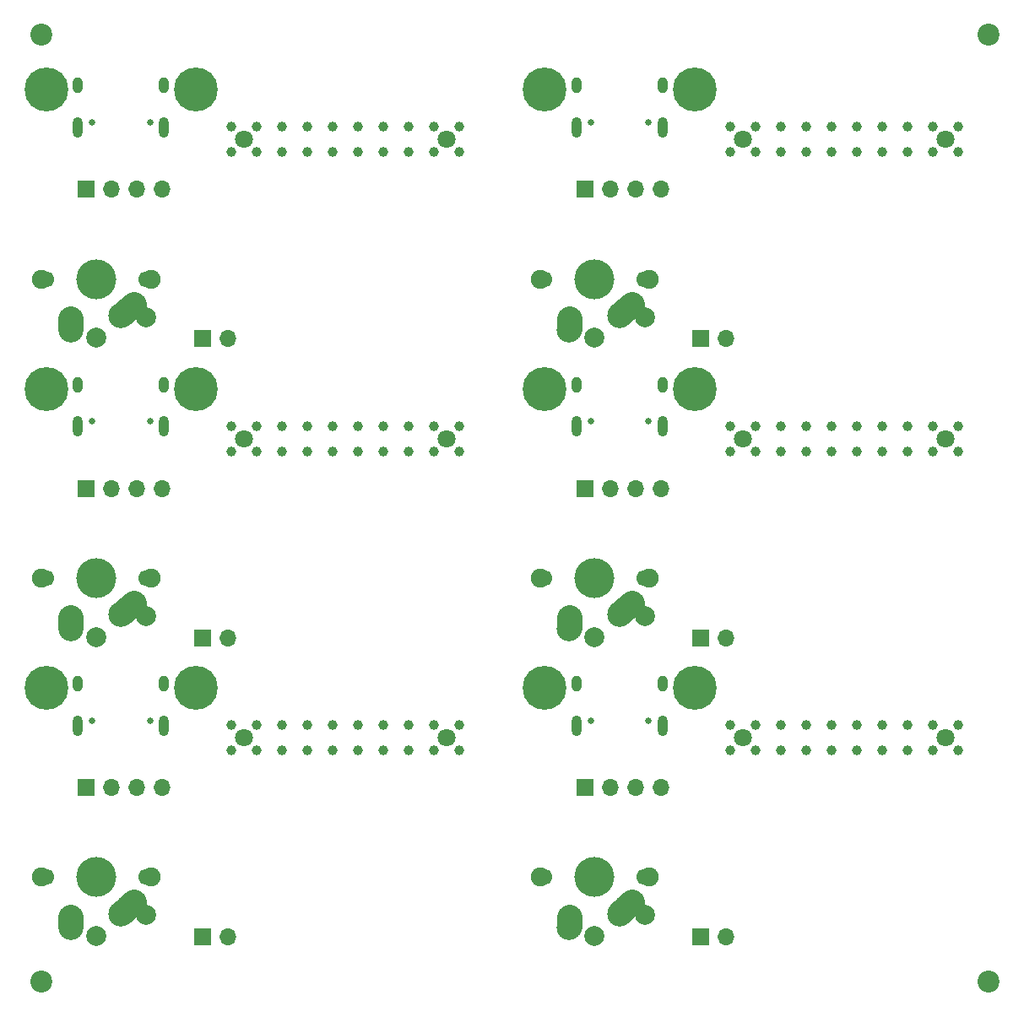
<source format=gbr>
G04 #@! TF.GenerationSoftware,KiCad,Pcbnew,(5.0.0)*
G04 #@! TF.CreationDate,2018-10-14T22:14:47+02:00*
G04 #@! TF.ProjectId,model-f-5291-pcb-panel,6D6F64656C2D662D353239312D706362,rev?*
G04 #@! TF.SameCoordinates,Original*
G04 #@! TF.FileFunction,Soldermask,Bot*
G04 #@! TF.FilePolarity,Negative*
%FSLAX46Y46*%
G04 Gerber Fmt 4.6, Leading zero omitted, Abs format (unit mm)*
G04 Created by KiCad (PCBNEW (5.0.0)) date 10/14/18 22:14:47*
%MOMM*%
%LPD*%
G01*
G04 APERTURE LIST*
%ADD10C,2.200000*%
%ADD11O,1.700000X1.700000*%
%ADD12R,1.700000X1.700000*%
%ADD13C,1.900000*%
%ADD14C,1.700000*%
%ADD15C,2.500000*%
%ADD16C,2.500000*%
%ADD17C,4.000000*%
%ADD18C,2.000000*%
%ADD19C,1.800000*%
%ADD20C,1.000000*%
%ADD21C,0.700000*%
%ADD22C,4.400000*%
%ADD23C,0.650000*%
%ADD24O,1.000000X1.600000*%
%ADD25O,1.000000X2.100000*%
G04 APERTURE END LIST*
D10*
G04 #@! TO.C,REF\002A\002A*
X247500000Y-142500000D03*
G04 #@! TD*
G04 #@! TO.C,REF\002A\002A*
X152500000Y-142500000D03*
G04 #@! TD*
G04 #@! TO.C,REF\002A\002A*
X247500000Y-47500000D03*
G04 #@! TD*
D11*
G04 #@! TO.C,J3*
X214620000Y-123000000D03*
X212080000Y-123000000D03*
X209540000Y-123000000D03*
D12*
X207000000Y-123000000D03*
G04 #@! TD*
D11*
G04 #@! TO.C,J3*
X164620000Y-123000000D03*
X162080000Y-123000000D03*
X159540000Y-123000000D03*
D12*
X157000000Y-123000000D03*
G04 #@! TD*
D11*
G04 #@! TO.C,J3*
X214620000Y-93000000D03*
X212080000Y-93000000D03*
X209540000Y-93000000D03*
D12*
X207000000Y-93000000D03*
G04 #@! TD*
D11*
G04 #@! TO.C,J3*
X164620000Y-93000000D03*
X162080000Y-93000000D03*
X159540000Y-93000000D03*
D12*
X157000000Y-93000000D03*
G04 #@! TD*
D11*
G04 #@! TO.C,J3*
X214620000Y-63000000D03*
X212080000Y-63000000D03*
X209540000Y-63000000D03*
D12*
X207000000Y-63000000D03*
G04 #@! TD*
D13*
G04 #@! TO.C,SW1*
X213500000Y-132000000D03*
D14*
X213080000Y-132000000D03*
D15*
X210500000Y-135683000D03*
X211206232Y-135064847D03*
D16*
X210602464Y-135589694D02*
X211810000Y-134540000D01*
D17*
X208000000Y-132000000D03*
D14*
X202920000Y-132000000D03*
D15*
X205460000Y-137080000D03*
X205482550Y-136499695D03*
D16*
X205465100Y-136999390D02*
X205500000Y-136000000D01*
D13*
X202500000Y-132000000D03*
D18*
X208000000Y-137900000D03*
X213000000Y-135800000D03*
G04 #@! TD*
D13*
G04 #@! TO.C,SW1*
X163500000Y-132000000D03*
D14*
X163080000Y-132000000D03*
D15*
X160500000Y-135683000D03*
X161206232Y-135064847D03*
D16*
X160602464Y-135589694D02*
X161810000Y-134540000D01*
D17*
X158000000Y-132000000D03*
D14*
X152920000Y-132000000D03*
D15*
X155460000Y-137080000D03*
X155482550Y-136499695D03*
D16*
X155465100Y-136999390D02*
X155500000Y-136000000D01*
D13*
X152500000Y-132000000D03*
D18*
X158000000Y-137900000D03*
X163000000Y-135800000D03*
G04 #@! TD*
D13*
G04 #@! TO.C,SW1*
X213500000Y-102000000D03*
D14*
X213080000Y-102000000D03*
D15*
X210500000Y-105683000D03*
X211206232Y-105064847D03*
D16*
X210602464Y-105589694D02*
X211810000Y-104540000D01*
D17*
X208000000Y-102000000D03*
D14*
X202920000Y-102000000D03*
D15*
X205460000Y-107080000D03*
X205482550Y-106499695D03*
D16*
X205465100Y-106999390D02*
X205500000Y-106000000D01*
D13*
X202500000Y-102000000D03*
D18*
X208000000Y-107900000D03*
X213000000Y-105800000D03*
G04 #@! TD*
D13*
G04 #@! TO.C,SW1*
X163500000Y-102000000D03*
D14*
X163080000Y-102000000D03*
D15*
X160500000Y-105683000D03*
X161206232Y-105064847D03*
D16*
X160602464Y-105589694D02*
X161810000Y-104540000D01*
D17*
X158000000Y-102000000D03*
D14*
X152920000Y-102000000D03*
D15*
X155460000Y-107080000D03*
X155482550Y-106499695D03*
D16*
X155465100Y-106999390D02*
X155500000Y-106000000D01*
D13*
X152500000Y-102000000D03*
D18*
X158000000Y-107900000D03*
X163000000Y-105800000D03*
G04 #@! TD*
D13*
G04 #@! TO.C,SW1*
X213500000Y-72000000D03*
D14*
X213080000Y-72000000D03*
D15*
X210500000Y-75683000D03*
X211206232Y-75064847D03*
D16*
X210602464Y-75589694D02*
X211810000Y-74540000D01*
D17*
X208000000Y-72000000D03*
D14*
X202920000Y-72000000D03*
D15*
X205460000Y-77080000D03*
X205482550Y-76499695D03*
D16*
X205465100Y-76999390D02*
X205500000Y-76000000D01*
D13*
X202500000Y-72000000D03*
D18*
X208000000Y-77900000D03*
X213000000Y-75800000D03*
G04 #@! TD*
D19*
G04 #@! TO.C,J1*
X222840000Y-118000000D03*
X243160000Y-118000000D03*
D20*
X221570000Y-119270000D03*
X224110000Y-119270000D03*
X226650000Y-119270000D03*
X229190000Y-119270000D03*
X231730000Y-119270000D03*
X234270000Y-119270000D03*
X236810000Y-119270000D03*
X239350000Y-119270000D03*
X241890000Y-119270000D03*
X244430000Y-119270000D03*
X221570000Y-116730000D03*
X224110000Y-116730000D03*
X226650000Y-116730000D03*
X229190000Y-116730000D03*
X231730000Y-116730000D03*
X234270000Y-116730000D03*
X236810000Y-116730000D03*
X239350000Y-116730000D03*
X241890000Y-116730000D03*
X244430000Y-116730000D03*
G04 #@! TD*
D19*
G04 #@! TO.C,J1*
X172840000Y-118000000D03*
X193160000Y-118000000D03*
D20*
X171570000Y-119270000D03*
X174110000Y-119270000D03*
X176650000Y-119270000D03*
X179190000Y-119270000D03*
X181730000Y-119270000D03*
X184270000Y-119270000D03*
X186810000Y-119270000D03*
X189350000Y-119270000D03*
X191890000Y-119270000D03*
X194430000Y-119270000D03*
X171570000Y-116730000D03*
X174110000Y-116730000D03*
X176650000Y-116730000D03*
X179190000Y-116730000D03*
X181730000Y-116730000D03*
X184270000Y-116730000D03*
X186810000Y-116730000D03*
X189350000Y-116730000D03*
X191890000Y-116730000D03*
X194430000Y-116730000D03*
G04 #@! TD*
D19*
G04 #@! TO.C,J1*
X222840000Y-88000000D03*
X243160000Y-88000000D03*
D20*
X221570000Y-89270000D03*
X224110000Y-89270000D03*
X226650000Y-89270000D03*
X229190000Y-89270000D03*
X231730000Y-89270000D03*
X234270000Y-89270000D03*
X236810000Y-89270000D03*
X239350000Y-89270000D03*
X241890000Y-89270000D03*
X244430000Y-89270000D03*
X221570000Y-86730000D03*
X224110000Y-86730000D03*
X226650000Y-86730000D03*
X229190000Y-86730000D03*
X231730000Y-86730000D03*
X234270000Y-86730000D03*
X236810000Y-86730000D03*
X239350000Y-86730000D03*
X241890000Y-86730000D03*
X244430000Y-86730000D03*
G04 #@! TD*
D19*
G04 #@! TO.C,J1*
X172840000Y-88000000D03*
X193160000Y-88000000D03*
D20*
X171570000Y-89270000D03*
X174110000Y-89270000D03*
X176650000Y-89270000D03*
X179190000Y-89270000D03*
X181730000Y-89270000D03*
X184270000Y-89270000D03*
X186810000Y-89270000D03*
X189350000Y-89270000D03*
X191890000Y-89270000D03*
X194430000Y-89270000D03*
X171570000Y-86730000D03*
X174110000Y-86730000D03*
X176650000Y-86730000D03*
X179190000Y-86730000D03*
X181730000Y-86730000D03*
X184270000Y-86730000D03*
X186810000Y-86730000D03*
X189350000Y-86730000D03*
X191890000Y-86730000D03*
X194430000Y-86730000D03*
G04 #@! TD*
D19*
G04 #@! TO.C,J1*
X222840000Y-58000000D03*
X243160000Y-58000000D03*
D20*
X221570000Y-59270000D03*
X224110000Y-59270000D03*
X226650000Y-59270000D03*
X229190000Y-59270000D03*
X231730000Y-59270000D03*
X234270000Y-59270000D03*
X236810000Y-59270000D03*
X239350000Y-59270000D03*
X241890000Y-59270000D03*
X244430000Y-59270000D03*
X221570000Y-56730000D03*
X224110000Y-56730000D03*
X226650000Y-56730000D03*
X229190000Y-56730000D03*
X231730000Y-56730000D03*
X234270000Y-56730000D03*
X236810000Y-56730000D03*
X239350000Y-56730000D03*
X241890000Y-56730000D03*
X244430000Y-56730000D03*
G04 #@! TD*
D11*
G04 #@! TO.C,JP1*
X221196000Y-137978000D03*
D12*
X218656000Y-137978000D03*
G04 #@! TD*
D11*
G04 #@! TO.C,JP1*
X171196000Y-137978000D03*
D12*
X168656000Y-137978000D03*
G04 #@! TD*
D11*
G04 #@! TO.C,JP1*
X221196000Y-107978000D03*
D12*
X218656000Y-107978000D03*
G04 #@! TD*
D11*
G04 #@! TO.C,JP1*
X171196000Y-107978000D03*
D12*
X168656000Y-107978000D03*
G04 #@! TD*
D11*
G04 #@! TO.C,JP1*
X221196000Y-77978000D03*
D12*
X218656000Y-77978000D03*
G04 #@! TD*
D21*
G04 #@! TO.C,MH2*
X201833274Y-114166726D03*
X203000000Y-114650000D03*
X204166726Y-114166726D03*
X204650000Y-113000000D03*
X204166726Y-111833274D03*
X203000000Y-111350000D03*
X201833274Y-111833274D03*
X201350000Y-113000000D03*
D22*
X203000000Y-113000000D03*
G04 #@! TD*
D21*
G04 #@! TO.C,MH2*
X151833274Y-114166726D03*
X153000000Y-114650000D03*
X154166726Y-114166726D03*
X154650000Y-113000000D03*
X154166726Y-111833274D03*
X153000000Y-111350000D03*
X151833274Y-111833274D03*
X151350000Y-113000000D03*
D22*
X153000000Y-113000000D03*
G04 #@! TD*
D21*
G04 #@! TO.C,MH2*
X201833274Y-84166726D03*
X203000000Y-84650000D03*
X204166726Y-84166726D03*
X204650000Y-83000000D03*
X204166726Y-81833274D03*
X203000000Y-81350000D03*
X201833274Y-81833274D03*
X201350000Y-83000000D03*
D22*
X203000000Y-83000000D03*
G04 #@! TD*
D21*
G04 #@! TO.C,MH2*
X151833274Y-84166726D03*
X153000000Y-84650000D03*
X154166726Y-84166726D03*
X154650000Y-83000000D03*
X154166726Y-81833274D03*
X153000000Y-81350000D03*
X151833274Y-81833274D03*
X151350000Y-83000000D03*
D22*
X153000000Y-83000000D03*
G04 #@! TD*
D21*
G04 #@! TO.C,MH2*
X201833274Y-54166726D03*
X203000000Y-54650000D03*
X204166726Y-54166726D03*
X204650000Y-53000000D03*
X204166726Y-51833274D03*
X203000000Y-51350000D03*
X201833274Y-51833274D03*
X201350000Y-53000000D03*
D22*
X203000000Y-53000000D03*
G04 #@! TD*
G04 #@! TO.C,MH1*
X218000000Y-113000000D03*
D21*
X216350000Y-113000000D03*
X216833274Y-111833274D03*
X218000000Y-111350000D03*
X219166726Y-111833274D03*
X219650000Y-113000000D03*
X219166726Y-114166726D03*
X218000000Y-114650000D03*
X216833274Y-114166726D03*
G04 #@! TD*
D22*
G04 #@! TO.C,MH1*
X168000000Y-113000000D03*
D21*
X166350000Y-113000000D03*
X166833274Y-111833274D03*
X168000000Y-111350000D03*
X169166726Y-111833274D03*
X169650000Y-113000000D03*
X169166726Y-114166726D03*
X168000000Y-114650000D03*
X166833274Y-114166726D03*
G04 #@! TD*
D22*
G04 #@! TO.C,MH1*
X218000000Y-83000000D03*
D21*
X216350000Y-83000000D03*
X216833274Y-81833274D03*
X218000000Y-81350000D03*
X219166726Y-81833274D03*
X219650000Y-83000000D03*
X219166726Y-84166726D03*
X218000000Y-84650000D03*
X216833274Y-84166726D03*
G04 #@! TD*
D22*
G04 #@! TO.C,MH1*
X168000000Y-83000000D03*
D21*
X166350000Y-83000000D03*
X166833274Y-81833274D03*
X168000000Y-81350000D03*
X169166726Y-81833274D03*
X169650000Y-83000000D03*
X169166726Y-84166726D03*
X168000000Y-84650000D03*
X166833274Y-84166726D03*
G04 #@! TD*
D22*
G04 #@! TO.C,MH1*
X218000000Y-53000000D03*
D21*
X216350000Y-53000000D03*
X216833274Y-51833274D03*
X218000000Y-51350000D03*
X219166726Y-51833274D03*
X219650000Y-53000000D03*
X219166726Y-54166726D03*
X218000000Y-54650000D03*
X216833274Y-54166726D03*
G04 #@! TD*
D23*
G04 #@! TO.C,J2*
X207610000Y-116280000D03*
D24*
X206180000Y-112600000D03*
X214820000Y-112600000D03*
D25*
X206180000Y-116780000D03*
D23*
X213390000Y-116280000D03*
D25*
X214820000Y-116780000D03*
G04 #@! TD*
D23*
G04 #@! TO.C,J2*
X157610000Y-116280000D03*
D24*
X156180000Y-112600000D03*
X164820000Y-112600000D03*
D25*
X156180000Y-116780000D03*
D23*
X163390000Y-116280000D03*
D25*
X164820000Y-116780000D03*
G04 #@! TD*
D23*
G04 #@! TO.C,J2*
X207610000Y-86280000D03*
D24*
X206180000Y-82600000D03*
X214820000Y-82600000D03*
D25*
X206180000Y-86780000D03*
D23*
X213390000Y-86280000D03*
D25*
X214820000Y-86780000D03*
G04 #@! TD*
D23*
G04 #@! TO.C,J2*
X157610000Y-86280000D03*
D24*
X156180000Y-82600000D03*
X164820000Y-82600000D03*
D25*
X156180000Y-86780000D03*
D23*
X163390000Y-86280000D03*
D25*
X164820000Y-86780000D03*
G04 #@! TD*
D23*
G04 #@! TO.C,J2*
X207610000Y-56280000D03*
D24*
X206180000Y-52600000D03*
X214820000Y-52600000D03*
D25*
X206180000Y-56780000D03*
D23*
X213390000Y-56280000D03*
D25*
X214820000Y-56780000D03*
G04 #@! TD*
D20*
G04 #@! TO.C,J1*
X194430000Y-56730000D03*
X191890000Y-56730000D03*
X189350000Y-56730000D03*
X186810000Y-56730000D03*
X184270000Y-56730000D03*
X181730000Y-56730000D03*
X179190000Y-56730000D03*
X176650000Y-56730000D03*
X174110000Y-56730000D03*
X171570000Y-56730000D03*
X194430000Y-59270000D03*
X191890000Y-59270000D03*
X189350000Y-59270000D03*
X186810000Y-59270000D03*
X184270000Y-59270000D03*
X181730000Y-59270000D03*
X179190000Y-59270000D03*
X176650000Y-59270000D03*
X174110000Y-59270000D03*
X171570000Y-59270000D03*
D19*
X193160000Y-58000000D03*
X172840000Y-58000000D03*
G04 #@! TD*
D25*
G04 #@! TO.C,J2*
X164820000Y-56780000D03*
D23*
X163390000Y-56280000D03*
D25*
X156180000Y-56780000D03*
D24*
X164820000Y-52600000D03*
X156180000Y-52600000D03*
D23*
X157610000Y-56280000D03*
G04 #@! TD*
D21*
G04 #@! TO.C,MH1*
X166833274Y-54166726D03*
X168000000Y-54650000D03*
X169166726Y-54166726D03*
X169650000Y-53000000D03*
X169166726Y-51833274D03*
X168000000Y-51350000D03*
X166833274Y-51833274D03*
X166350000Y-53000000D03*
D22*
X168000000Y-53000000D03*
G04 #@! TD*
G04 #@! TO.C,MH2*
X153000000Y-53000000D03*
D21*
X151350000Y-53000000D03*
X151833274Y-51833274D03*
X153000000Y-51350000D03*
X154166726Y-51833274D03*
X154650000Y-53000000D03*
X154166726Y-54166726D03*
X153000000Y-54650000D03*
X151833274Y-54166726D03*
G04 #@! TD*
D12*
G04 #@! TO.C,JP1*
X168656000Y-77978000D03*
D11*
X171196000Y-77978000D03*
G04 #@! TD*
D12*
G04 #@! TO.C,J3*
X157000000Y-63000000D03*
D11*
X159540000Y-63000000D03*
X162080000Y-63000000D03*
X164620000Y-63000000D03*
G04 #@! TD*
D18*
G04 #@! TO.C,SW1*
X163000000Y-75800000D03*
X158000000Y-77900000D03*
D13*
X152500000Y-72000000D03*
D15*
X155482550Y-76499695D03*
D16*
X155465100Y-76999390D02*
X155500000Y-76000000D01*
D15*
X155460000Y-77080000D03*
D14*
X152920000Y-72000000D03*
D17*
X158000000Y-72000000D03*
D15*
X161206232Y-75064847D03*
D16*
X160602464Y-75589694D02*
X161810000Y-74540000D01*
D15*
X160500000Y-75683000D03*
D14*
X163080000Y-72000000D03*
D13*
X163500000Y-72000000D03*
G04 #@! TD*
D10*
G04 #@! TO.C,REF\002A\002A*
X152500000Y-47500000D03*
G04 #@! TD*
M02*

</source>
